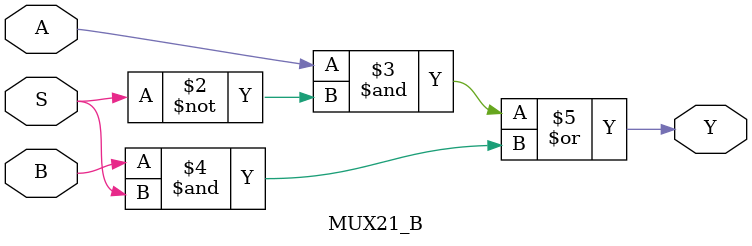
<source format=v>
`timescale 1ns / 1ps
module MUX21_B(
    input A,
    input B,
    input S,
    output  reg Y
    );
always@(A,B,S)
begin
 Y=A&(~S)|B&S;
end

endmodule



</source>
